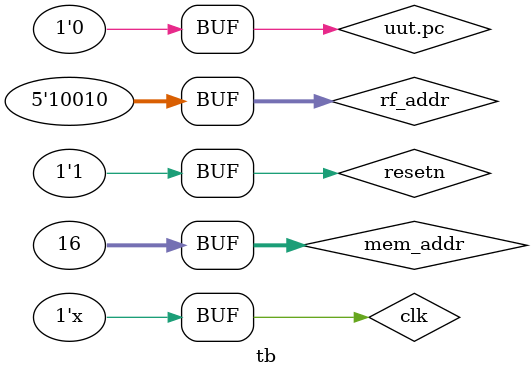
<source format=v>
`timescale 1ns / 1ps


module tb;

    // Inputs
    reg clk;
    reg resetn;
    reg [4:0] rf_addr;
    reg [31:0] mem_addr;

    // Outputs
    wire [31:0] rf_data;
    wire [31:0] mem_data;
    wire [31:0] cpu_pc;
    wire [31:0] cpu_inst;

    // Instantiate the Unit Under Test (UUT)
    single_cycle_cpu uut (
        .clk(clk), 
        .resetn(resetn), 
        .rf_addr(rf_addr), 
        .mem_addr(mem_addr), 
        .rf_data(rf_data), 
        .mem_data(mem_data), 
        .cpu_pc(cpu_pc), 
        .cpu_inst(cpu_inst)
    );

    initial begin
        // Initialize Inputs
        clk = 0;
        resetn = 0;
        rf_addr = 0;
        mem_addr = 0;
        
        uut.rf_module.rf[15]=5'd18;//调试赋值并监视，便于模拟输入验证汇编程序，注意只有reg类型可以时序赋值
        uut.rf_module.rf[16]=5'd31;
      
        // Wait 100 ns for global reset to finish
        #100;
      resetn = 1;
        // Add stimulus here
        //调试查看可读数据存储器rom即打印写入值监视载入值
        #100;
        mem_addr=20;//打印写入赋值
        #10;
        rf_addr=1; //按顺序查看寄存器中的运算结果
        #10
        rf_addr=2;
        #10;
        rf_addr=3;
        #10;
        rf_addr=4;
        #10;
        rf_addr=5;
        #10;
        rf_addr=8;
        mem_addr=28;//再此打印两次写入后的赋值观察变化
        #50;
        resetn=0;
        #10;
        rf_addr=10;
        #10;
        rf_addr=15;//监视调试赋值
        #50;
        resetn=1;
        rf_addr=4;//观察跳转指令执行的线程结果改变
        uut.pc=32'h00000050;//验证J型指令功能后验证循环体
        
        #10;
        rf_addr=2;//ADDIU的赋值条件
        #10;
        rf_addr=4;
        #50;
        mem_addr=16;//#监视受调试变量
        #100;
        resetn=0;
        #50;
        resetn=1;
        mem_addr=5;
        uut.rf_module.rf[14]=32'd0;//程序可执行工作区（集中在中间）的初始化
        uut.rf_module.rf[17]=32'd0;
        uut.rf_module.rf[18]=32'd0;
        #50;
        uut.pc=32'h00000058;//输入调试指针，开始执行汇编程序
        #10;
        rf_addr=13;
        //uut.rf_module.rf[16]=32'hFFFFFF97; 
        uut.rf_module.rf[16]=~uut.rf_module.rf[13]+1;
        //求解二进制数的最高非零和最低非零位，并基于非除法运算判断这个数是否为2的整数幂
        #10;
        rf_addr=16;
        #250;
        mem_addr=15;
        #250;
        mem_addr=16;
        rf_addr=18;
    end
    always #5 clk=~clk;
endmodule


</source>
